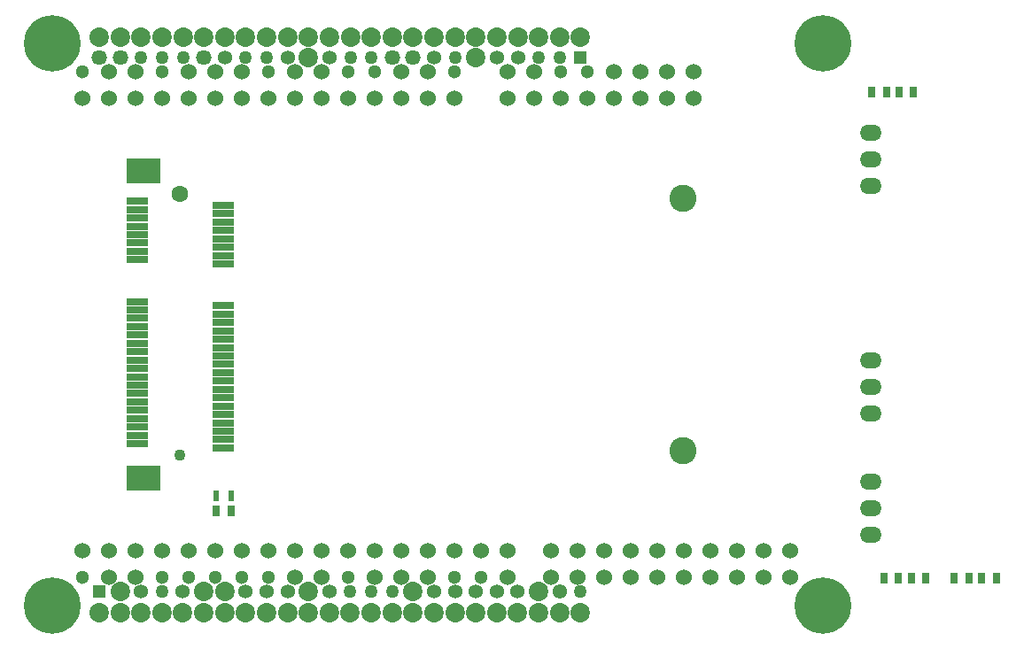
<source format=gbr>
%TF.GenerationSoftware,KiCad,Pcbnew,5.99.0-unknown-92c4596252~129~ubuntu20.04.1*%
%TF.CreationDate,2021-06-09T22:53:10+02:00*%
%TF.ProjectId,cubieboard-lora-gateway-lrwan-gs_hf1,63756269-6562-46f6-9172-642d6c6f7261,V1.0*%
%TF.SameCoordinates,Original*%
%TF.FileFunction,Soldermask,Top*%
%TF.FilePolarity,Negative*%
%FSLAX46Y46*%
G04 Gerber Fmt 4.6, Leading zero omitted, Abs format (unit mm)*
G04 Created by KiCad (PCBNEW 5.99.0-unknown-92c4596252~129~ubuntu20.04.1) date 2021-06-09 22:53:10*
%MOMM*%
%LPD*%
G01*
G04 APERTURE LIST*
G04 Aperture macros list*
%AMRoundRect*
0 Rectangle with rounded corners*
0 $1 Rounding radius*
0 $2 $3 $4 $5 $6 $7 $8 $9 X,Y pos of 4 corners*
0 Add a 4 corners polygon primitive as box body*
4,1,4,$2,$3,$4,$5,$6,$7,$8,$9,$2,$3,0*
0 Add four circle primitives for the rounded corners*
1,1,$1+$1,$2,$3*
1,1,$1+$1,$4,$5*
1,1,$1+$1,$6,$7*
1,1,$1+$1,$8,$9*
0 Add four rect primitives between the rounded corners*
20,1,$1+$1,$2,$3,$4,$5,0*
20,1,$1+$1,$4,$5,$6,$7,0*
20,1,$1+$1,$6,$7,$8,$9,0*
20,1,$1+$1,$8,$9,$2,$3,0*%
G04 Aperture macros list end*
%ADD10RoundRect,0.010000X-0.300000X-0.500000X0.300000X-0.500000X0.300000X0.500000X-0.300000X0.500000X0*%
%ADD11C,0.600000*%
%ADD12C,5.400000*%
%ADD13O,2.100000X1.524000*%
%ADD14C,1.524000*%
%ADD15C,1.300000*%
%ADD16R,0.600000X1.000000*%
%ADD17C,2.600000*%
%ADD18C,1.600000*%
%ADD19C,1.100000*%
%ADD20RoundRect,0.010000X-1.600000X1.150000X-1.600000X-1.150000X1.600000X-1.150000X1.600000X1.150000X0*%
%ADD21RoundRect,0.010000X-1.000000X0.265000X-1.000000X-0.265000X1.000000X-0.265000X1.000000X0.265000X0*%
%ADD22RoundRect,0.080000X-0.550000X-0.550000X0.550000X-0.550000X0.550000X0.550000X-0.550000X0.550000X0*%
%ADD23C,1.860000*%
%ADD24C,1.260000*%
%ADD25C,1.360000*%
%ADD26C,1.460000*%
%ADD27RoundRect,0.080000X0.550000X0.550000X-0.550000X0.550000X-0.550000X-0.550000X0.550000X-0.550000X0*%
%ADD28C,1.380000*%
G04 APERTURE END LIST*
D10*
%TO.C,R1*%
X178970000Y-77240000D03*
X180370000Y-77240000D03*
%TD*%
D11*
%TO.C,MH1*%
X100690000Y-70630000D03*
X100690000Y-74630000D03*
X98957949Y-73630000D03*
X102422051Y-71630000D03*
X102422051Y-73630000D03*
D12*
X100690000Y-72630000D03*
D11*
X98957949Y-71630000D03*
%TD*%
%TO.C,MH3*%
X100690000Y-124330000D03*
X98957949Y-127330000D03*
X100690000Y-128330000D03*
X102422051Y-125330000D03*
D12*
X100690000Y-126330000D03*
D11*
X102422051Y-127330000D03*
X98957949Y-125330000D03*
%TD*%
D13*
%TO.C,P1*%
X178880000Y-81180000D03*
X178880000Y-83720000D03*
X178880000Y-86260000D03*
%TD*%
D14*
%TO.C,U1*%
X161920000Y-75345000D03*
X161920000Y-77885000D03*
X159380000Y-75345000D03*
X159380000Y-77885000D03*
X156840000Y-75345000D03*
X156840000Y-77885000D03*
X154300000Y-75345000D03*
X154300000Y-77885000D03*
D15*
X151760000Y-75345000D03*
D14*
X151760000Y-77885000D03*
D15*
X149220000Y-75345000D03*
D14*
X149220000Y-77885000D03*
X146680000Y-75345000D03*
X146680000Y-77885000D03*
X144140000Y-75345000D03*
X144140000Y-77885000D03*
D15*
X139060000Y-75345000D03*
D14*
X139060000Y-77885000D03*
X136520000Y-75345000D03*
X136520000Y-77885000D03*
X133980000Y-75345000D03*
X133980000Y-77885000D03*
D15*
X131440000Y-75345000D03*
D14*
X131440000Y-77885000D03*
D15*
X128900000Y-75345000D03*
D14*
X128900000Y-77885000D03*
X126360000Y-75345000D03*
X126360000Y-77885000D03*
X123820000Y-75345000D03*
X123820000Y-77885000D03*
D15*
X121280000Y-75345000D03*
D14*
X121280000Y-77885000D03*
X118740000Y-75345000D03*
X118740000Y-77885000D03*
X116200000Y-75345000D03*
X116200000Y-77885000D03*
X113660000Y-75345000D03*
X113660000Y-77885000D03*
D15*
X111120000Y-75345000D03*
D14*
X111120000Y-77885000D03*
X108580000Y-75345000D03*
X108580000Y-77885000D03*
X106040000Y-75345000D03*
X106040000Y-77885000D03*
D15*
X103500000Y-75345000D03*
D14*
X103500000Y-77885000D03*
X171150000Y-121075000D03*
X171150000Y-123615000D03*
X168610000Y-121075000D03*
X168610000Y-123615000D03*
X166070000Y-121075000D03*
X166070000Y-123615000D03*
X163530000Y-121075000D03*
X163530000Y-123615000D03*
X160990000Y-121075000D03*
X160990000Y-123615000D03*
X158450000Y-121075000D03*
X158450000Y-123615000D03*
X155910000Y-121075000D03*
X155910000Y-123615000D03*
X153370000Y-121075000D03*
X153370000Y-123615000D03*
X150830000Y-121075000D03*
X150830000Y-123615000D03*
X148290000Y-121075000D03*
X148290000Y-123615000D03*
X144140000Y-121075000D03*
X144140000Y-123615000D03*
X141600000Y-121075000D03*
D15*
X141600000Y-123615000D03*
D14*
X139060000Y-121075000D03*
D15*
X139060000Y-123615000D03*
D14*
X136520000Y-121075000D03*
X136520000Y-123615000D03*
X133980000Y-121075000D03*
X133980000Y-123615000D03*
X131440000Y-121075000D03*
X131440000Y-123615000D03*
X128900000Y-121075000D03*
D15*
X128900000Y-123615000D03*
D14*
X126360000Y-121075000D03*
X126360000Y-123615000D03*
X123820000Y-121075000D03*
X123820000Y-123615000D03*
X121280000Y-121075000D03*
D15*
X121280000Y-123615000D03*
D14*
X118740000Y-121075000D03*
D15*
X118740000Y-123615000D03*
D14*
X116200000Y-121075000D03*
D15*
X116200000Y-123615000D03*
D14*
X113660000Y-121075000D03*
D15*
X113660000Y-123615000D03*
D14*
X111120000Y-121075000D03*
D15*
X111120000Y-123615000D03*
D14*
X108580000Y-121075000D03*
X108580000Y-123615000D03*
X106040000Y-121075000D03*
X106040000Y-123615000D03*
X103500000Y-121075000D03*
D15*
X103500000Y-123615000D03*
%TD*%
D10*
%TO.C,D2*%
X189480000Y-123750000D03*
X190880000Y-123750000D03*
%TD*%
D11*
%TO.C,MH2*%
X172557949Y-71630000D03*
D12*
X174290000Y-72630000D03*
D11*
X174290000Y-74630000D03*
X172557949Y-73630000D03*
X174290000Y-70630000D03*
X176022051Y-71630000D03*
X176022051Y-73630000D03*
%TD*%
D13*
%TO.C,P2*%
X178880000Y-102900000D03*
X178880000Y-105440000D03*
X178880000Y-107980000D03*
%TD*%
D10*
%TO.C,C2*%
X116340000Y-117300000D03*
X117740000Y-117300000D03*
%TD*%
%TO.C,D1*%
X181590000Y-77240000D03*
X182990000Y-77240000D03*
%TD*%
%TO.C,R3*%
X180150000Y-123750000D03*
X181550000Y-123750000D03*
%TD*%
%TO.C,R2*%
X186850000Y-123750000D03*
X188250000Y-123750000D03*
%TD*%
%TO.C,D3*%
X182760000Y-123750000D03*
X184160000Y-123750000D03*
%TD*%
D16*
%TO.C,C1*%
X116340000Y-115830000D03*
X117740000Y-115830000D03*
%TD*%
D13*
%TO.C,P3*%
X178880000Y-114530000D03*
X178880000Y-117070000D03*
X178880000Y-119610000D03*
%TD*%
D17*
%TO.C,Con3*%
X160932500Y-111580000D03*
D18*
X112882500Y-86980000D03*
D19*
X112882500Y-111980000D03*
D17*
X160932500Y-87380000D03*
D20*
X109382500Y-84830000D03*
X109382500Y-114130000D03*
D21*
X108782500Y-87680000D03*
X116982500Y-88080000D03*
X108782500Y-88480000D03*
X116982500Y-88880000D03*
X108782500Y-89280000D03*
X116982500Y-89680000D03*
X108782500Y-90080000D03*
X116982500Y-90480000D03*
X108782500Y-90880000D03*
X116982500Y-91280000D03*
X108782500Y-91680000D03*
X116982500Y-92080000D03*
X108782500Y-92480000D03*
X116982500Y-92880000D03*
X108782500Y-93280000D03*
X116982500Y-93680000D03*
X108782500Y-97280000D03*
X116982500Y-97680000D03*
X108782500Y-98080000D03*
X116982500Y-98480000D03*
X108782500Y-98880000D03*
X116982500Y-99280000D03*
X108782500Y-99680000D03*
X116982500Y-100080000D03*
X108782500Y-100480000D03*
X116982500Y-100880000D03*
X108782500Y-101280000D03*
X116982500Y-101680000D03*
X108782500Y-102080000D03*
X116982500Y-102480000D03*
X108782500Y-102880000D03*
X116982500Y-103280000D03*
X108782500Y-103680000D03*
X116982500Y-104080000D03*
X108782500Y-104480000D03*
X116982500Y-104880000D03*
X108782500Y-105280000D03*
X116982500Y-105680000D03*
X108782500Y-106080000D03*
X116982500Y-106480000D03*
X108782500Y-106880000D03*
X116982500Y-107280000D03*
X108782500Y-107680000D03*
X116982500Y-108080000D03*
X108782500Y-108480000D03*
X116982500Y-108880000D03*
X108782500Y-109280000D03*
X116982500Y-109680000D03*
X108782500Y-110080000D03*
X116982500Y-110480000D03*
X108782500Y-110880000D03*
X116982500Y-111280000D03*
%TD*%
D12*
%TO.C,MH4*%
X174290000Y-126330000D03*
D11*
X174290000Y-124330000D03*
X172557949Y-127330000D03*
X174290000Y-128330000D03*
X172557949Y-125330000D03*
X176022051Y-127330000D03*
X176022051Y-125330000D03*
%TD*%
D22*
%TO.C,Con1*%
X151150000Y-73970000D03*
D23*
X151150000Y-71970000D03*
D24*
X149150000Y-73970000D03*
D23*
X149150000Y-71970000D03*
D24*
X147150000Y-73970000D03*
D23*
X147150000Y-71970000D03*
D25*
X145150000Y-73970000D03*
D23*
X145150000Y-71970000D03*
D25*
X143150000Y-73970000D03*
D23*
X143150000Y-71970000D03*
X141150000Y-73970000D03*
X141150000Y-71970000D03*
D24*
X139150000Y-73970000D03*
D23*
X139150000Y-71970000D03*
D25*
X137150000Y-73970000D03*
D23*
X137150000Y-71970000D03*
D26*
X135150000Y-73970000D03*
D23*
X135150000Y-71970000D03*
D26*
X133150000Y-73970000D03*
D23*
X133150000Y-71970000D03*
D24*
X131150000Y-73970000D03*
D23*
X131150000Y-71970000D03*
D24*
X129150000Y-73970000D03*
D23*
X129150000Y-71970000D03*
D25*
X127150000Y-73970000D03*
D23*
X127150000Y-71970000D03*
X125150000Y-73970000D03*
X125150000Y-71970000D03*
D25*
X123150000Y-73970000D03*
D23*
X123150000Y-71970000D03*
D24*
X121150000Y-73970000D03*
D23*
X121140000Y-71970000D03*
D24*
X119150000Y-73970000D03*
D23*
X119150000Y-71970000D03*
D25*
X117150000Y-73970000D03*
D23*
X117150000Y-71970000D03*
D26*
X115150000Y-73970000D03*
D23*
X115150000Y-71970000D03*
D24*
X113150000Y-73970000D03*
D23*
X113150000Y-71970000D03*
D24*
X111150000Y-73970000D03*
D23*
X111150000Y-71970000D03*
D24*
X109150000Y-73970000D03*
D23*
X109150000Y-71970000D03*
D26*
X107150000Y-73970000D03*
D23*
X107150000Y-71970000D03*
D26*
X105150000Y-73970000D03*
D23*
X105150000Y-71970000D03*
%TD*%
D27*
%TO.C,Con2*%
X105140000Y-125000000D03*
D23*
X105140000Y-127000000D03*
X107140000Y-125000000D03*
X107140000Y-127000000D03*
D25*
X109140000Y-125000000D03*
D23*
X109140000Y-127000000D03*
D24*
X111140000Y-125000000D03*
D23*
X111140000Y-127000000D03*
D25*
X113140000Y-125000000D03*
D23*
X113140000Y-127000000D03*
X115140000Y-125000000D03*
X115140000Y-127000000D03*
X117140000Y-125000000D03*
X117140000Y-127000000D03*
D25*
X119140000Y-125000000D03*
D23*
X119140000Y-127000000D03*
D25*
X121140000Y-125000000D03*
D23*
X121140000Y-127000000D03*
D25*
X123140000Y-125000000D03*
D23*
X123140000Y-127000000D03*
X125140000Y-125000000D03*
X125140000Y-127000000D03*
D25*
X127140000Y-125000000D03*
D23*
X127140000Y-127000000D03*
D24*
X129140000Y-125000000D03*
D23*
X129140000Y-127000000D03*
D24*
X131140000Y-125000000D03*
D23*
X131140000Y-127000000D03*
D24*
X133140000Y-125000000D03*
D23*
X133140000Y-127000000D03*
X135140000Y-125000000D03*
X135150000Y-127000000D03*
D25*
X137140000Y-125000000D03*
D23*
X137140000Y-127000000D03*
D25*
X139140000Y-125000000D03*
D23*
X139140000Y-127000000D03*
D25*
X141140000Y-125000000D03*
D23*
X141140000Y-127000000D03*
D25*
X143140000Y-125000000D03*
D23*
X143140000Y-127000000D03*
D25*
X145140000Y-125000000D03*
D23*
X145140000Y-127000000D03*
X147140000Y-125000000D03*
X147140000Y-127000000D03*
D28*
X149140000Y-125000000D03*
D23*
X149140000Y-127000000D03*
D24*
X151140000Y-125000000D03*
D23*
X151140000Y-127000000D03*
%TD*%
M02*

</source>
